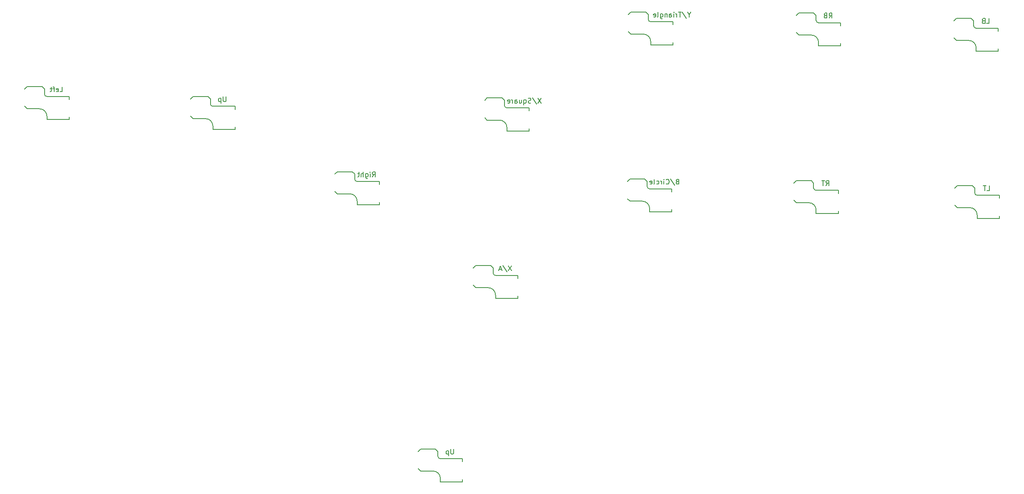
<source format=gbr>
%TF.GenerationSoftware,KiCad,Pcbnew,8.0.1*%
%TF.CreationDate,2024-03-26T13:51:38-04:00*%
%TF.ProjectId,hitbox,68697462-6f78-42e6-9b69-6361645f7063,rev?*%
%TF.SameCoordinates,Original*%
%TF.FileFunction,Legend,Bot*%
%TF.FilePolarity,Positive*%
%FSLAX46Y46*%
G04 Gerber Fmt 4.6, Leading zero omitted, Abs format (unit mm)*
G04 Created by KiCad (PCBNEW 8.0.1) date 2024-03-26 13:51:38*
%MOMM*%
%LPD*%
G01*
G04 APERTURE LIST*
%ADD10C,0.150000*%
G04 APERTURE END LIST*
D10*
X269619047Y-108661009D02*
X269476190Y-108708628D01*
X269476190Y-108708628D02*
X269428571Y-108756247D01*
X269428571Y-108756247D02*
X269380952Y-108851485D01*
X269380952Y-108851485D02*
X269380952Y-108994342D01*
X269380952Y-108994342D02*
X269428571Y-109089580D01*
X269428571Y-109089580D02*
X269476190Y-109137200D01*
X269476190Y-109137200D02*
X269571428Y-109184819D01*
X269571428Y-109184819D02*
X269952380Y-109184819D01*
X269952380Y-109184819D02*
X269952380Y-108184819D01*
X269952380Y-108184819D02*
X269619047Y-108184819D01*
X269619047Y-108184819D02*
X269523809Y-108232438D01*
X269523809Y-108232438D02*
X269476190Y-108280057D01*
X269476190Y-108280057D02*
X269428571Y-108375295D01*
X269428571Y-108375295D02*
X269428571Y-108470533D01*
X269428571Y-108470533D02*
X269476190Y-108565771D01*
X269476190Y-108565771D02*
X269523809Y-108613390D01*
X269523809Y-108613390D02*
X269619047Y-108661009D01*
X269619047Y-108661009D02*
X269952380Y-108661009D01*
X268238095Y-108137200D02*
X269095237Y-109422914D01*
X267333333Y-109089580D02*
X267380952Y-109137200D01*
X267380952Y-109137200D02*
X267523809Y-109184819D01*
X267523809Y-109184819D02*
X267619047Y-109184819D01*
X267619047Y-109184819D02*
X267761904Y-109137200D01*
X267761904Y-109137200D02*
X267857142Y-109041961D01*
X267857142Y-109041961D02*
X267904761Y-108946723D01*
X267904761Y-108946723D02*
X267952380Y-108756247D01*
X267952380Y-108756247D02*
X267952380Y-108613390D01*
X267952380Y-108613390D02*
X267904761Y-108422914D01*
X267904761Y-108422914D02*
X267857142Y-108327676D01*
X267857142Y-108327676D02*
X267761904Y-108232438D01*
X267761904Y-108232438D02*
X267619047Y-108184819D01*
X267619047Y-108184819D02*
X267523809Y-108184819D01*
X267523809Y-108184819D02*
X267380952Y-108232438D01*
X267380952Y-108232438D02*
X267333333Y-108280057D01*
X266904761Y-109184819D02*
X266904761Y-108518152D01*
X266904761Y-108184819D02*
X266952380Y-108232438D01*
X266952380Y-108232438D02*
X266904761Y-108280057D01*
X266904761Y-108280057D02*
X266857142Y-108232438D01*
X266857142Y-108232438D02*
X266904761Y-108184819D01*
X266904761Y-108184819D02*
X266904761Y-108280057D01*
X266428571Y-109184819D02*
X266428571Y-108518152D01*
X266428571Y-108708628D02*
X266380952Y-108613390D01*
X266380952Y-108613390D02*
X266333333Y-108565771D01*
X266333333Y-108565771D02*
X266238095Y-108518152D01*
X266238095Y-108518152D02*
X266142857Y-108518152D01*
X265380952Y-109137200D02*
X265476190Y-109184819D01*
X265476190Y-109184819D02*
X265666666Y-109184819D01*
X265666666Y-109184819D02*
X265761904Y-109137200D01*
X265761904Y-109137200D02*
X265809523Y-109089580D01*
X265809523Y-109089580D02*
X265857142Y-108994342D01*
X265857142Y-108994342D02*
X265857142Y-108708628D01*
X265857142Y-108708628D02*
X265809523Y-108613390D01*
X265809523Y-108613390D02*
X265761904Y-108565771D01*
X265761904Y-108565771D02*
X265666666Y-108518152D01*
X265666666Y-108518152D02*
X265476190Y-108518152D01*
X265476190Y-108518152D02*
X265380952Y-108565771D01*
X264809523Y-109184819D02*
X264904761Y-109137200D01*
X264904761Y-109137200D02*
X264952380Y-109041961D01*
X264952380Y-109041961D02*
X264952380Y-108184819D01*
X264047618Y-109137200D02*
X264142856Y-109184819D01*
X264142856Y-109184819D02*
X264333332Y-109184819D01*
X264333332Y-109184819D02*
X264428570Y-109137200D01*
X264428570Y-109137200D02*
X264476189Y-109041961D01*
X264476189Y-109041961D02*
X264476189Y-108661009D01*
X264476189Y-108661009D02*
X264428570Y-108565771D01*
X264428570Y-108565771D02*
X264333332Y-108518152D01*
X264333332Y-108518152D02*
X264142856Y-108518152D01*
X264142856Y-108518152D02*
X264047618Y-108565771D01*
X264047618Y-108565771D02*
X263999999Y-108661009D01*
X263999999Y-108661009D02*
X263999999Y-108756247D01*
X263999999Y-108756247D02*
X264476189Y-108851485D01*
X177983094Y-91384819D02*
X177983094Y-92194342D01*
X177983094Y-92194342D02*
X177935475Y-92289580D01*
X177935475Y-92289580D02*
X177887856Y-92337200D01*
X177887856Y-92337200D02*
X177792618Y-92384819D01*
X177792618Y-92384819D02*
X177602142Y-92384819D01*
X177602142Y-92384819D02*
X177506904Y-92337200D01*
X177506904Y-92337200D02*
X177459285Y-92289580D01*
X177459285Y-92289580D02*
X177411666Y-92194342D01*
X177411666Y-92194342D02*
X177411666Y-91384819D01*
X176935475Y-91718152D02*
X176935475Y-92718152D01*
X176935475Y-91765771D02*
X176840237Y-91718152D01*
X176840237Y-91718152D02*
X176649761Y-91718152D01*
X176649761Y-91718152D02*
X176554523Y-91765771D01*
X176554523Y-91765771D02*
X176506904Y-91813390D01*
X176506904Y-91813390D02*
X176459285Y-91908628D01*
X176459285Y-91908628D02*
X176459285Y-92194342D01*
X176459285Y-92194342D02*
X176506904Y-92289580D01*
X176506904Y-92289580D02*
X176554523Y-92337200D01*
X176554523Y-92337200D02*
X176649761Y-92384819D01*
X176649761Y-92384819D02*
X176840237Y-92384819D01*
X176840237Y-92384819D02*
X176935475Y-92337200D01*
X144235476Y-90384819D02*
X144711666Y-90384819D01*
X144711666Y-90384819D02*
X144711666Y-89384819D01*
X143521190Y-90337200D02*
X143616428Y-90384819D01*
X143616428Y-90384819D02*
X143806904Y-90384819D01*
X143806904Y-90384819D02*
X143902142Y-90337200D01*
X143902142Y-90337200D02*
X143949761Y-90241961D01*
X143949761Y-90241961D02*
X143949761Y-89861009D01*
X143949761Y-89861009D02*
X143902142Y-89765771D01*
X143902142Y-89765771D02*
X143806904Y-89718152D01*
X143806904Y-89718152D02*
X143616428Y-89718152D01*
X143616428Y-89718152D02*
X143521190Y-89765771D01*
X143521190Y-89765771D02*
X143473571Y-89861009D01*
X143473571Y-89861009D02*
X143473571Y-89956247D01*
X143473571Y-89956247D02*
X143949761Y-90051485D01*
X143187856Y-89718152D02*
X142806904Y-89718152D01*
X143044999Y-90384819D02*
X143044999Y-89527676D01*
X143044999Y-89527676D02*
X142997380Y-89432438D01*
X142997380Y-89432438D02*
X142902142Y-89384819D01*
X142902142Y-89384819D02*
X142806904Y-89384819D01*
X142616427Y-89718152D02*
X142235475Y-89718152D01*
X142473570Y-89384819D02*
X142473570Y-90241961D01*
X142473570Y-90241961D02*
X142425951Y-90337200D01*
X142425951Y-90337200D02*
X142330713Y-90384819D01*
X142330713Y-90384819D02*
X142235475Y-90384819D01*
X332516428Y-110484819D02*
X332992618Y-110484819D01*
X332992618Y-110484819D02*
X332992618Y-109484819D01*
X332325951Y-109484819D02*
X331754523Y-109484819D01*
X332040237Y-110484819D02*
X332040237Y-109484819D01*
X224183094Y-163084819D02*
X224183094Y-163894342D01*
X224183094Y-163894342D02*
X224135475Y-163989580D01*
X224135475Y-163989580D02*
X224087856Y-164037200D01*
X224087856Y-164037200D02*
X223992618Y-164084819D01*
X223992618Y-164084819D02*
X223802142Y-164084819D01*
X223802142Y-164084819D02*
X223706904Y-164037200D01*
X223706904Y-164037200D02*
X223659285Y-163989580D01*
X223659285Y-163989580D02*
X223611666Y-163894342D01*
X223611666Y-163894342D02*
X223611666Y-163084819D01*
X223135475Y-163418152D02*
X223135475Y-164418152D01*
X223135475Y-163465771D02*
X223040237Y-163418152D01*
X223040237Y-163418152D02*
X222849761Y-163418152D01*
X222849761Y-163418152D02*
X222754523Y-163465771D01*
X222754523Y-163465771D02*
X222706904Y-163513390D01*
X222706904Y-163513390D02*
X222659285Y-163608628D01*
X222659285Y-163608628D02*
X222659285Y-163894342D01*
X222659285Y-163894342D02*
X222706904Y-163989580D01*
X222706904Y-163989580D02*
X222754523Y-164037200D01*
X222754523Y-164037200D02*
X222849761Y-164084819D01*
X222849761Y-164084819D02*
X223040237Y-164084819D01*
X223040237Y-164084819D02*
X223135475Y-164037200D01*
X332435476Y-76484819D02*
X332911666Y-76484819D01*
X332911666Y-76484819D02*
X332911666Y-75484819D01*
X331768809Y-75961009D02*
X331625952Y-76008628D01*
X331625952Y-76008628D02*
X331578333Y-76056247D01*
X331578333Y-76056247D02*
X331530714Y-76151485D01*
X331530714Y-76151485D02*
X331530714Y-76294342D01*
X331530714Y-76294342D02*
X331578333Y-76389580D01*
X331578333Y-76389580D02*
X331625952Y-76437200D01*
X331625952Y-76437200D02*
X331721190Y-76484819D01*
X331721190Y-76484819D02*
X332102142Y-76484819D01*
X332102142Y-76484819D02*
X332102142Y-75484819D01*
X332102142Y-75484819D02*
X331768809Y-75484819D01*
X331768809Y-75484819D02*
X331673571Y-75532438D01*
X331673571Y-75532438D02*
X331625952Y-75580057D01*
X331625952Y-75580057D02*
X331578333Y-75675295D01*
X331578333Y-75675295D02*
X331578333Y-75770533D01*
X331578333Y-75770533D02*
X331625952Y-75865771D01*
X331625952Y-75865771D02*
X331673571Y-75913390D01*
X331673571Y-75913390D02*
X331768809Y-75961009D01*
X331768809Y-75961009D02*
X332102142Y-75961009D01*
X272000000Y-74708628D02*
X272000000Y-75184819D01*
X272333333Y-74184819D02*
X272000000Y-74708628D01*
X272000000Y-74708628D02*
X271666667Y-74184819D01*
X270619048Y-74137200D02*
X271476190Y-75422914D01*
X270428571Y-74184819D02*
X269857143Y-74184819D01*
X270142857Y-75184819D02*
X270142857Y-74184819D01*
X269523809Y-75184819D02*
X269523809Y-74518152D01*
X269523809Y-74708628D02*
X269476190Y-74613390D01*
X269476190Y-74613390D02*
X269428571Y-74565771D01*
X269428571Y-74565771D02*
X269333333Y-74518152D01*
X269333333Y-74518152D02*
X269238095Y-74518152D01*
X268904761Y-75184819D02*
X268904761Y-74518152D01*
X268904761Y-74184819D02*
X268952380Y-74232438D01*
X268952380Y-74232438D02*
X268904761Y-74280057D01*
X268904761Y-74280057D02*
X268857142Y-74232438D01*
X268857142Y-74232438D02*
X268904761Y-74184819D01*
X268904761Y-74184819D02*
X268904761Y-74280057D01*
X268000000Y-75184819D02*
X268000000Y-74661009D01*
X268000000Y-74661009D02*
X268047619Y-74565771D01*
X268047619Y-74565771D02*
X268142857Y-74518152D01*
X268142857Y-74518152D02*
X268333333Y-74518152D01*
X268333333Y-74518152D02*
X268428571Y-74565771D01*
X268000000Y-75137200D02*
X268095238Y-75184819D01*
X268095238Y-75184819D02*
X268333333Y-75184819D01*
X268333333Y-75184819D02*
X268428571Y-75137200D01*
X268428571Y-75137200D02*
X268476190Y-75041961D01*
X268476190Y-75041961D02*
X268476190Y-74946723D01*
X268476190Y-74946723D02*
X268428571Y-74851485D01*
X268428571Y-74851485D02*
X268333333Y-74803866D01*
X268333333Y-74803866D02*
X268095238Y-74803866D01*
X268095238Y-74803866D02*
X268000000Y-74756247D01*
X267523809Y-74518152D02*
X267523809Y-75184819D01*
X267523809Y-74613390D02*
X267476190Y-74565771D01*
X267476190Y-74565771D02*
X267380952Y-74518152D01*
X267380952Y-74518152D02*
X267238095Y-74518152D01*
X267238095Y-74518152D02*
X267142857Y-74565771D01*
X267142857Y-74565771D02*
X267095238Y-74661009D01*
X267095238Y-74661009D02*
X267095238Y-75184819D01*
X266190476Y-74518152D02*
X266190476Y-75327676D01*
X266190476Y-75327676D02*
X266238095Y-75422914D01*
X266238095Y-75422914D02*
X266285714Y-75470533D01*
X266285714Y-75470533D02*
X266380952Y-75518152D01*
X266380952Y-75518152D02*
X266523809Y-75518152D01*
X266523809Y-75518152D02*
X266619047Y-75470533D01*
X266190476Y-75137200D02*
X266285714Y-75184819D01*
X266285714Y-75184819D02*
X266476190Y-75184819D01*
X266476190Y-75184819D02*
X266571428Y-75137200D01*
X266571428Y-75137200D02*
X266619047Y-75089580D01*
X266619047Y-75089580D02*
X266666666Y-74994342D01*
X266666666Y-74994342D02*
X266666666Y-74708628D01*
X266666666Y-74708628D02*
X266619047Y-74613390D01*
X266619047Y-74613390D02*
X266571428Y-74565771D01*
X266571428Y-74565771D02*
X266476190Y-74518152D01*
X266476190Y-74518152D02*
X266285714Y-74518152D01*
X266285714Y-74518152D02*
X266190476Y-74565771D01*
X265571428Y-75184819D02*
X265666666Y-75137200D01*
X265666666Y-75137200D02*
X265714285Y-75041961D01*
X265714285Y-75041961D02*
X265714285Y-74184819D01*
X264809523Y-75137200D02*
X264904761Y-75184819D01*
X264904761Y-75184819D02*
X265095237Y-75184819D01*
X265095237Y-75184819D02*
X265190475Y-75137200D01*
X265190475Y-75137200D02*
X265238094Y-75041961D01*
X265238094Y-75041961D02*
X265238094Y-74661009D01*
X265238094Y-74661009D02*
X265190475Y-74565771D01*
X265190475Y-74565771D02*
X265095237Y-74518152D01*
X265095237Y-74518152D02*
X264904761Y-74518152D01*
X264904761Y-74518152D02*
X264809523Y-74565771D01*
X264809523Y-74565771D02*
X264761904Y-74661009D01*
X264761904Y-74661009D02*
X264761904Y-74756247D01*
X264761904Y-74756247D02*
X265238094Y-74851485D01*
X207664047Y-107684819D02*
X207997380Y-107208628D01*
X208235475Y-107684819D02*
X208235475Y-106684819D01*
X208235475Y-106684819D02*
X207854523Y-106684819D01*
X207854523Y-106684819D02*
X207759285Y-106732438D01*
X207759285Y-106732438D02*
X207711666Y-106780057D01*
X207711666Y-106780057D02*
X207664047Y-106875295D01*
X207664047Y-106875295D02*
X207664047Y-107018152D01*
X207664047Y-107018152D02*
X207711666Y-107113390D01*
X207711666Y-107113390D02*
X207759285Y-107161009D01*
X207759285Y-107161009D02*
X207854523Y-107208628D01*
X207854523Y-107208628D02*
X208235475Y-107208628D01*
X207235475Y-107684819D02*
X207235475Y-107018152D01*
X207235475Y-106684819D02*
X207283094Y-106732438D01*
X207283094Y-106732438D02*
X207235475Y-106780057D01*
X207235475Y-106780057D02*
X207187856Y-106732438D01*
X207187856Y-106732438D02*
X207235475Y-106684819D01*
X207235475Y-106684819D02*
X207235475Y-106780057D01*
X206330714Y-107018152D02*
X206330714Y-107827676D01*
X206330714Y-107827676D02*
X206378333Y-107922914D01*
X206378333Y-107922914D02*
X206425952Y-107970533D01*
X206425952Y-107970533D02*
X206521190Y-108018152D01*
X206521190Y-108018152D02*
X206664047Y-108018152D01*
X206664047Y-108018152D02*
X206759285Y-107970533D01*
X206330714Y-107637200D02*
X206425952Y-107684819D01*
X206425952Y-107684819D02*
X206616428Y-107684819D01*
X206616428Y-107684819D02*
X206711666Y-107637200D01*
X206711666Y-107637200D02*
X206759285Y-107589580D01*
X206759285Y-107589580D02*
X206806904Y-107494342D01*
X206806904Y-107494342D02*
X206806904Y-107208628D01*
X206806904Y-107208628D02*
X206759285Y-107113390D01*
X206759285Y-107113390D02*
X206711666Y-107065771D01*
X206711666Y-107065771D02*
X206616428Y-107018152D01*
X206616428Y-107018152D02*
X206425952Y-107018152D01*
X206425952Y-107018152D02*
X206330714Y-107065771D01*
X205854523Y-107684819D02*
X205854523Y-106684819D01*
X205425952Y-107684819D02*
X205425952Y-107161009D01*
X205425952Y-107161009D02*
X205473571Y-107065771D01*
X205473571Y-107065771D02*
X205568809Y-107018152D01*
X205568809Y-107018152D02*
X205711666Y-107018152D01*
X205711666Y-107018152D02*
X205806904Y-107065771D01*
X205806904Y-107065771D02*
X205854523Y-107113390D01*
X205092618Y-107018152D02*
X204711666Y-107018152D01*
X204949761Y-106684819D02*
X204949761Y-107541961D01*
X204949761Y-107541961D02*
X204902142Y-107637200D01*
X204902142Y-107637200D02*
X204806904Y-107684819D01*
X204806904Y-107684819D02*
X204711666Y-107684819D01*
X241928571Y-91684819D02*
X241261905Y-92684819D01*
X241261905Y-91684819D02*
X241928571Y-92684819D01*
X240166667Y-91637200D02*
X241023809Y-92922914D01*
X239880952Y-92637200D02*
X239738095Y-92684819D01*
X239738095Y-92684819D02*
X239500000Y-92684819D01*
X239500000Y-92684819D02*
X239404762Y-92637200D01*
X239404762Y-92637200D02*
X239357143Y-92589580D01*
X239357143Y-92589580D02*
X239309524Y-92494342D01*
X239309524Y-92494342D02*
X239309524Y-92399104D01*
X239309524Y-92399104D02*
X239357143Y-92303866D01*
X239357143Y-92303866D02*
X239404762Y-92256247D01*
X239404762Y-92256247D02*
X239500000Y-92208628D01*
X239500000Y-92208628D02*
X239690476Y-92161009D01*
X239690476Y-92161009D02*
X239785714Y-92113390D01*
X239785714Y-92113390D02*
X239833333Y-92065771D01*
X239833333Y-92065771D02*
X239880952Y-91970533D01*
X239880952Y-91970533D02*
X239880952Y-91875295D01*
X239880952Y-91875295D02*
X239833333Y-91780057D01*
X239833333Y-91780057D02*
X239785714Y-91732438D01*
X239785714Y-91732438D02*
X239690476Y-91684819D01*
X239690476Y-91684819D02*
X239452381Y-91684819D01*
X239452381Y-91684819D02*
X239309524Y-91732438D01*
X238452381Y-92018152D02*
X238452381Y-93018152D01*
X238452381Y-92637200D02*
X238547619Y-92684819D01*
X238547619Y-92684819D02*
X238738095Y-92684819D01*
X238738095Y-92684819D02*
X238833333Y-92637200D01*
X238833333Y-92637200D02*
X238880952Y-92589580D01*
X238880952Y-92589580D02*
X238928571Y-92494342D01*
X238928571Y-92494342D02*
X238928571Y-92208628D01*
X238928571Y-92208628D02*
X238880952Y-92113390D01*
X238880952Y-92113390D02*
X238833333Y-92065771D01*
X238833333Y-92065771D02*
X238738095Y-92018152D01*
X238738095Y-92018152D02*
X238547619Y-92018152D01*
X238547619Y-92018152D02*
X238452381Y-92065771D01*
X237547619Y-92018152D02*
X237547619Y-92684819D01*
X237976190Y-92018152D02*
X237976190Y-92541961D01*
X237976190Y-92541961D02*
X237928571Y-92637200D01*
X237928571Y-92637200D02*
X237833333Y-92684819D01*
X237833333Y-92684819D02*
X237690476Y-92684819D01*
X237690476Y-92684819D02*
X237595238Y-92637200D01*
X237595238Y-92637200D02*
X237547619Y-92589580D01*
X236642857Y-92684819D02*
X236642857Y-92161009D01*
X236642857Y-92161009D02*
X236690476Y-92065771D01*
X236690476Y-92065771D02*
X236785714Y-92018152D01*
X236785714Y-92018152D02*
X236976190Y-92018152D01*
X236976190Y-92018152D02*
X237071428Y-92065771D01*
X236642857Y-92637200D02*
X236738095Y-92684819D01*
X236738095Y-92684819D02*
X236976190Y-92684819D01*
X236976190Y-92684819D02*
X237071428Y-92637200D01*
X237071428Y-92637200D02*
X237119047Y-92541961D01*
X237119047Y-92541961D02*
X237119047Y-92446723D01*
X237119047Y-92446723D02*
X237071428Y-92351485D01*
X237071428Y-92351485D02*
X236976190Y-92303866D01*
X236976190Y-92303866D02*
X236738095Y-92303866D01*
X236738095Y-92303866D02*
X236642857Y-92256247D01*
X236166666Y-92684819D02*
X236166666Y-92018152D01*
X236166666Y-92208628D02*
X236119047Y-92113390D01*
X236119047Y-92113390D02*
X236071428Y-92065771D01*
X236071428Y-92065771D02*
X235976190Y-92018152D01*
X235976190Y-92018152D02*
X235880952Y-92018152D01*
X235166666Y-92637200D02*
X235261904Y-92684819D01*
X235261904Y-92684819D02*
X235452380Y-92684819D01*
X235452380Y-92684819D02*
X235547618Y-92637200D01*
X235547618Y-92637200D02*
X235595237Y-92541961D01*
X235595237Y-92541961D02*
X235595237Y-92161009D01*
X235595237Y-92161009D02*
X235547618Y-92065771D01*
X235547618Y-92065771D02*
X235452380Y-92018152D01*
X235452380Y-92018152D02*
X235261904Y-92018152D01*
X235261904Y-92018152D02*
X235166666Y-92065771D01*
X235166666Y-92065771D02*
X235119047Y-92161009D01*
X235119047Y-92161009D02*
X235119047Y-92256247D01*
X235119047Y-92256247D02*
X235595237Y-92351485D01*
X235930713Y-125784819D02*
X235264047Y-126784819D01*
X235264047Y-125784819D02*
X235930713Y-126784819D01*
X234168809Y-125737200D02*
X235025951Y-127022914D01*
X233883094Y-126499104D02*
X233406904Y-126499104D01*
X233978332Y-126784819D02*
X233644999Y-125784819D01*
X233644999Y-125784819D02*
X233311666Y-126784819D01*
X299816428Y-109484819D02*
X300149761Y-109008628D01*
X300387856Y-109484819D02*
X300387856Y-108484819D01*
X300387856Y-108484819D02*
X300006904Y-108484819D01*
X300006904Y-108484819D02*
X299911666Y-108532438D01*
X299911666Y-108532438D02*
X299864047Y-108580057D01*
X299864047Y-108580057D02*
X299816428Y-108675295D01*
X299816428Y-108675295D02*
X299816428Y-108818152D01*
X299816428Y-108818152D02*
X299864047Y-108913390D01*
X299864047Y-108913390D02*
X299911666Y-108961009D01*
X299911666Y-108961009D02*
X300006904Y-109008628D01*
X300006904Y-109008628D02*
X300387856Y-109008628D01*
X299530713Y-108484819D02*
X298959285Y-108484819D01*
X299244999Y-109484819D02*
X299244999Y-108484819D01*
X300435476Y-75384819D02*
X300768809Y-74908628D01*
X301006904Y-75384819D02*
X301006904Y-74384819D01*
X301006904Y-74384819D02*
X300625952Y-74384819D01*
X300625952Y-74384819D02*
X300530714Y-74432438D01*
X300530714Y-74432438D02*
X300483095Y-74480057D01*
X300483095Y-74480057D02*
X300435476Y-74575295D01*
X300435476Y-74575295D02*
X300435476Y-74718152D01*
X300435476Y-74718152D02*
X300483095Y-74813390D01*
X300483095Y-74813390D02*
X300530714Y-74861009D01*
X300530714Y-74861009D02*
X300625952Y-74908628D01*
X300625952Y-74908628D02*
X301006904Y-74908628D01*
X299673571Y-74861009D02*
X299530714Y-74908628D01*
X299530714Y-74908628D02*
X299483095Y-74956247D01*
X299483095Y-74956247D02*
X299435476Y-75051485D01*
X299435476Y-75051485D02*
X299435476Y-75194342D01*
X299435476Y-75194342D02*
X299483095Y-75289580D01*
X299483095Y-75289580D02*
X299530714Y-75337200D01*
X299530714Y-75337200D02*
X299625952Y-75384819D01*
X299625952Y-75384819D02*
X300006904Y-75384819D01*
X300006904Y-75384819D02*
X300006904Y-74384819D01*
X300006904Y-74384819D02*
X299673571Y-74384819D01*
X299673571Y-74384819D02*
X299578333Y-74432438D01*
X299578333Y-74432438D02*
X299530714Y-74480057D01*
X299530714Y-74480057D02*
X299483095Y-74575295D01*
X299483095Y-74575295D02*
X299483095Y-74670533D01*
X299483095Y-74670533D02*
X299530714Y-74765771D01*
X299530714Y-74765771D02*
X299578333Y-74813390D01*
X299578333Y-74813390D02*
X299673571Y-74861009D01*
X299673571Y-74861009D02*
X300006904Y-74861009D01*
%TO.C,B/Circle*%
X259500000Y-108650000D02*
X260000000Y-108150000D01*
X259500000Y-112150000D02*
X260000000Y-112650000D01*
X260000000Y-108150000D02*
X263000000Y-108150000D01*
X260000000Y-112650000D02*
X262500000Y-112650000D01*
X263000000Y-108150000D02*
X263500000Y-108650000D01*
X263500000Y-109650000D02*
X263500000Y-108650000D01*
X264000000Y-114150000D02*
X264000000Y-114850000D01*
X264000000Y-114850000D02*
X268500000Y-114850000D01*
X268500000Y-110150000D02*
X264000000Y-110150000D01*
X268500000Y-110750000D02*
X268500000Y-110150000D01*
X268500000Y-114850000D02*
X268500000Y-114350000D01*
X262500000Y-112650000D02*
G75*
G02*
X264000000Y-114150000I0J-1500000D01*
G01*
X264000000Y-110150000D02*
G75*
G02*
X263500000Y-109650000I0J500000D01*
G01*
%TO.C,Up*%
X170800000Y-91850000D02*
X171300000Y-91350000D01*
X170800000Y-95350000D02*
X171300000Y-95850000D01*
X171300000Y-91350000D02*
X174300000Y-91350000D01*
X171300000Y-95850000D02*
X173800000Y-95850000D01*
X174300000Y-91350000D02*
X174800000Y-91850000D01*
X174800000Y-92850000D02*
X174800000Y-91850000D01*
X175300000Y-97350000D02*
X175300000Y-98050000D01*
X175300000Y-98050000D02*
X179800000Y-98050000D01*
X179800000Y-93350000D02*
X175300000Y-93350000D01*
X179800000Y-93950000D02*
X179800000Y-93350000D01*
X179800000Y-98050000D02*
X179800000Y-97550000D01*
X173800000Y-95850000D02*
G75*
G02*
X175300000Y-97350000I0J-1500000D01*
G01*
X175300000Y-93350000D02*
G75*
G02*
X174800000Y-92850000I0J500000D01*
G01*
%TO.C,Left*%
X137100000Y-89850000D02*
X137600000Y-89350000D01*
X137100000Y-93350000D02*
X137600000Y-93850000D01*
X137600000Y-89350000D02*
X140600000Y-89350000D01*
X137600000Y-93850000D02*
X140100000Y-93850000D01*
X140600000Y-89350000D02*
X141100000Y-89850000D01*
X141100000Y-90850000D02*
X141100000Y-89850000D01*
X141600000Y-95350000D02*
X141600000Y-96050000D01*
X141600000Y-96050000D02*
X146100000Y-96050000D01*
X146100000Y-91350000D02*
X141600000Y-91350000D01*
X146100000Y-91950000D02*
X146100000Y-91350000D01*
X146100000Y-96050000D02*
X146100000Y-95550000D01*
X140100000Y-93850000D02*
G75*
G02*
X141600000Y-95350000I0J-1500000D01*
G01*
X141600000Y-91350000D02*
G75*
G02*
X141100000Y-90850000I0J500000D01*
G01*
%TO.C,LT*%
X326000000Y-109950000D02*
X326500000Y-109450000D01*
X326000000Y-113450000D02*
X326500000Y-113950000D01*
X326500000Y-109450000D02*
X329500000Y-109450000D01*
X326500000Y-113950000D02*
X329000000Y-113950000D01*
X329500000Y-109450000D02*
X330000000Y-109950000D01*
X330000000Y-110950000D02*
X330000000Y-109950000D01*
X330500000Y-115450000D02*
X330500000Y-116150000D01*
X330500000Y-116150000D02*
X335000000Y-116150000D01*
X335000000Y-111450000D02*
X330500000Y-111450000D01*
X335000000Y-112050000D02*
X335000000Y-111450000D01*
X335000000Y-116150000D02*
X335000000Y-115650000D01*
X329000000Y-113950000D02*
G75*
G02*
X330500000Y-115450000I0J-1500000D01*
G01*
X330500000Y-111450000D02*
G75*
G02*
X330000000Y-110950000I0J500000D01*
G01*
%TO.C,Up*%
X217000000Y-163550000D02*
X217500000Y-163050000D01*
X217000000Y-167050000D02*
X217500000Y-167550000D01*
X217500000Y-163050000D02*
X220500000Y-163050000D01*
X217500000Y-167550000D02*
X220000000Y-167550000D01*
X220500000Y-163050000D02*
X221000000Y-163550000D01*
X221000000Y-164550000D02*
X221000000Y-163550000D01*
X221500000Y-169050000D02*
X221500000Y-169750000D01*
X221500000Y-169750000D02*
X226000000Y-169750000D01*
X226000000Y-165050000D02*
X221500000Y-165050000D01*
X226000000Y-165650000D02*
X226000000Y-165050000D01*
X226000000Y-169750000D02*
X226000000Y-169250000D01*
X220000000Y-167550000D02*
G75*
G02*
X221500000Y-169050000I0J-1500000D01*
G01*
X221500000Y-165050000D02*
G75*
G02*
X221000000Y-164550000I0J500000D01*
G01*
%TO.C,LB*%
X325800000Y-75950000D02*
X326300000Y-75450000D01*
X325800000Y-79450000D02*
X326300000Y-79950000D01*
X326300000Y-75450000D02*
X329300000Y-75450000D01*
X326300000Y-79950000D02*
X328800000Y-79950000D01*
X329300000Y-75450000D02*
X329800000Y-75950000D01*
X329800000Y-76950000D02*
X329800000Y-75950000D01*
X330300000Y-81450000D02*
X330300000Y-82150000D01*
X330300000Y-82150000D02*
X334800000Y-82150000D01*
X334800000Y-77450000D02*
X330300000Y-77450000D01*
X334800000Y-78050000D02*
X334800000Y-77450000D01*
X334800000Y-82150000D02*
X334800000Y-81650000D01*
X328800000Y-79950000D02*
G75*
G02*
X330300000Y-81450000I0J-1500000D01*
G01*
X330300000Y-77450000D02*
G75*
G02*
X329800000Y-76950000I0J500000D01*
G01*
%TO.C,Y/Triangle*%
X264200000Y-76150000D02*
G75*
G02*
X263700000Y-75650000I0J500000D01*
G01*
X262700000Y-78650000D02*
G75*
G02*
X264200000Y-80150000I0J-1500000D01*
G01*
X268700000Y-80850000D02*
X268700000Y-80350000D01*
X268700000Y-76750000D02*
X268700000Y-76150000D01*
X268700000Y-76150000D02*
X264200000Y-76150000D01*
X264200000Y-80850000D02*
X268700000Y-80850000D01*
X264200000Y-80150000D02*
X264200000Y-80850000D01*
X263700000Y-75650000D02*
X263700000Y-74650000D01*
X263200000Y-74150000D02*
X263700000Y-74650000D01*
X260200000Y-78650000D02*
X262700000Y-78650000D01*
X260200000Y-74150000D02*
X263200000Y-74150000D01*
X259700000Y-78150000D02*
X260200000Y-78650000D01*
X259700000Y-74650000D02*
X260200000Y-74150000D01*
%TO.C,Right*%
X200100000Y-107150000D02*
X200600000Y-106650000D01*
X200100000Y-110650000D02*
X200600000Y-111150000D01*
X200600000Y-106650000D02*
X203600000Y-106650000D01*
X200600000Y-111150000D02*
X203100000Y-111150000D01*
X203600000Y-106650000D02*
X204100000Y-107150000D01*
X204100000Y-108150000D02*
X204100000Y-107150000D01*
X204600000Y-112650000D02*
X204600000Y-113350000D01*
X204600000Y-113350000D02*
X209100000Y-113350000D01*
X209100000Y-108650000D02*
X204600000Y-108650000D01*
X209100000Y-109250000D02*
X209100000Y-108650000D01*
X209100000Y-113350000D02*
X209100000Y-112850000D01*
X203100000Y-111150000D02*
G75*
G02*
X204600000Y-112650000I0J-1500000D01*
G01*
X204600000Y-108650000D02*
G75*
G02*
X204100000Y-108150000I0J500000D01*
G01*
%TO.C,X/Square*%
X230500000Y-92150000D02*
X231000000Y-91650000D01*
X230500000Y-95650000D02*
X231000000Y-96150000D01*
X231000000Y-91650000D02*
X234000000Y-91650000D01*
X231000000Y-96150000D02*
X233500000Y-96150000D01*
X234000000Y-91650000D02*
X234500000Y-92150000D01*
X234500000Y-93150000D02*
X234500000Y-92150000D01*
X235000000Y-97650000D02*
X235000000Y-98350000D01*
X235000000Y-98350000D02*
X239500000Y-98350000D01*
X239500000Y-93650000D02*
X235000000Y-93650000D01*
X239500000Y-94250000D02*
X239500000Y-93650000D01*
X239500000Y-98350000D02*
X239500000Y-97850000D01*
X233500000Y-96150000D02*
G75*
G02*
X235000000Y-97650000I0J-1500000D01*
G01*
X235000000Y-93650000D02*
G75*
G02*
X234500000Y-93150000I0J500000D01*
G01*
%TO.C,X/A*%
X228200000Y-126250000D02*
X228700000Y-125750000D01*
X228200000Y-129750000D02*
X228700000Y-130250000D01*
X228700000Y-125750000D02*
X231700000Y-125750000D01*
X228700000Y-130250000D02*
X231200000Y-130250000D01*
X231700000Y-125750000D02*
X232200000Y-126250000D01*
X232200000Y-127250000D02*
X232200000Y-126250000D01*
X232700000Y-131750000D02*
X232700000Y-132450000D01*
X232700000Y-132450000D02*
X237200000Y-132450000D01*
X237200000Y-127750000D02*
X232700000Y-127750000D01*
X237200000Y-128350000D02*
X237200000Y-127750000D01*
X237200000Y-132450000D02*
X237200000Y-131950000D01*
X231200000Y-130250000D02*
G75*
G02*
X232700000Y-131750000I0J-1500000D01*
G01*
X232700000Y-127750000D02*
G75*
G02*
X232200000Y-127250000I0J500000D01*
G01*
%TO.C,RT*%
X293300000Y-108950000D02*
X293800000Y-108450000D01*
X293300000Y-112450000D02*
X293800000Y-112950000D01*
X293800000Y-108450000D02*
X296800000Y-108450000D01*
X293800000Y-112950000D02*
X296300000Y-112950000D01*
X296800000Y-108450000D02*
X297300000Y-108950000D01*
X297300000Y-109950000D02*
X297300000Y-108950000D01*
X297800000Y-114450000D02*
X297800000Y-115150000D01*
X297800000Y-115150000D02*
X302300000Y-115150000D01*
X302300000Y-110450000D02*
X297800000Y-110450000D01*
X302300000Y-111050000D02*
X302300000Y-110450000D01*
X302300000Y-115150000D02*
X302300000Y-114650000D01*
X296300000Y-112950000D02*
G75*
G02*
X297800000Y-114450000I0J-1500000D01*
G01*
X297800000Y-110450000D02*
G75*
G02*
X297300000Y-109950000I0J500000D01*
G01*
%TO.C,RB*%
X293800000Y-74850000D02*
X294300000Y-74350000D01*
X293800000Y-78350000D02*
X294300000Y-78850000D01*
X294300000Y-74350000D02*
X297300000Y-74350000D01*
X294300000Y-78850000D02*
X296800000Y-78850000D01*
X297300000Y-74350000D02*
X297800000Y-74850000D01*
X297800000Y-75850000D02*
X297800000Y-74850000D01*
X298300000Y-80350000D02*
X298300000Y-81050000D01*
X298300000Y-81050000D02*
X302800000Y-81050000D01*
X302800000Y-76350000D02*
X298300000Y-76350000D01*
X302800000Y-76950000D02*
X302800000Y-76350000D01*
X302800000Y-81050000D02*
X302800000Y-80550000D01*
X296800000Y-78850000D02*
G75*
G02*
X298300000Y-80350000I0J-1500000D01*
G01*
X298300000Y-76350000D02*
G75*
G02*
X297800000Y-75850000I0J500000D01*
G01*
%TD*%
M02*

</source>
